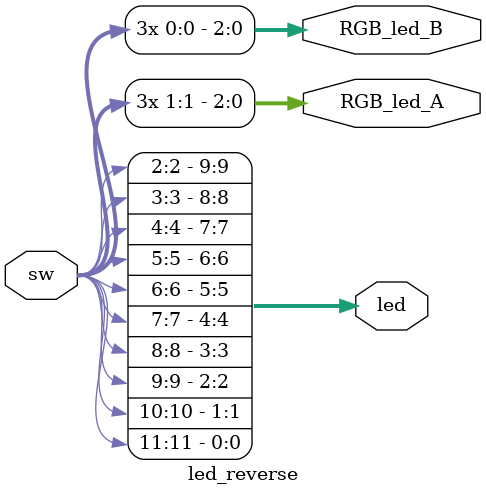
<source format=v>
`timescale 1ns / 1ps


module led_reverse(
    input [11:0] sw,
    output [9:0] led,
    output [2:0] RGB_led_A,
    output [2:0] RGB_led_B
    );
    assign led[0] = sw[11];
    assign led[1] = sw[10];
    assign led[2] = sw[9];
    assign led[3] = sw[8];
    assign led[4] = sw[7];
    assign led[5] = sw[6];
    assign led[6] = sw[5];
    assign led[7] = sw[4];
    assign led[8] = sw[3];
    assign led[9] = sw[2];
    assign RGB_led_A[0] = sw[1];
    assign RGB_led_A[1] = sw[1];
    assign RGB_led_A[2] = sw[1];
    assign RGB_led_B[0] = sw[0];
    assign RGB_led_B[1] = sw[0];
    assign RGB_led_B[2] = sw[0];
    
endmodule

</source>
